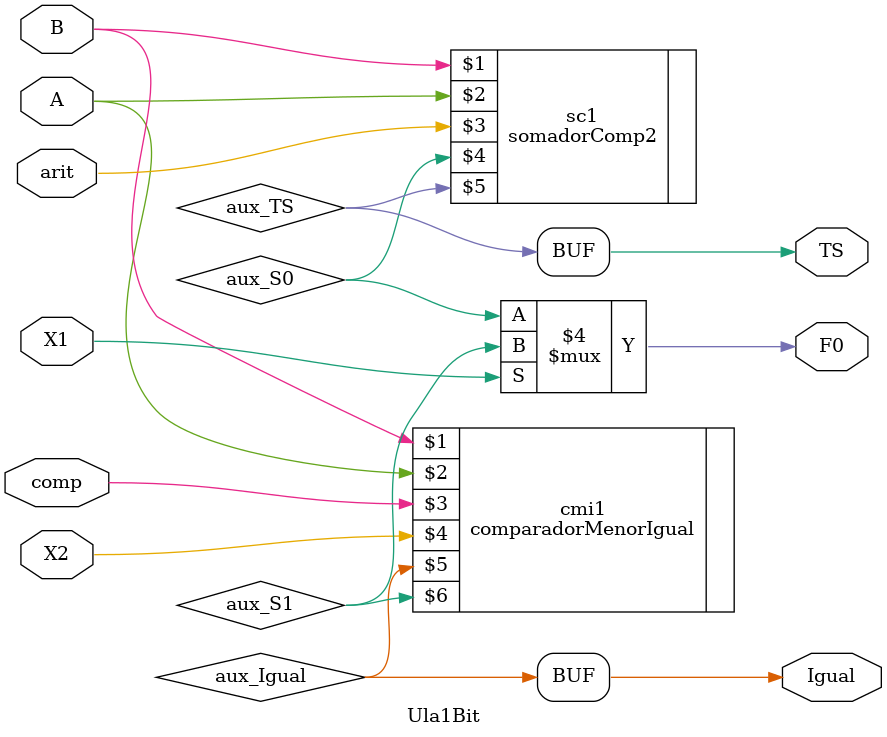
<source format=v>
module Ula1Bit(B, A, arit, comp, X1, X2, TS, Igual, F0); //X0 - arit, comp

	input B, A, arit, comp, X1, X2; 
	output TS, Igual, F0;
	
	reg F0;
	
	wire aux_TS, aux_Igual, aux_S0, aux_S1;
	
	//(B, A, TE, S, TS);
	somadorComp2 sc1(B, A, arit, aux_S0, aux_TS);
	
	//(B, A, Habilita, X2, Igual, Saida, clock)
	comparadorMenorIgual cmi1(B, A, comp, X2, aux_Igual, aux_S1);
	
	assign TS = aux_TS;
	assign Igual = aux_Igual;	
	
	always @(*)
		begin
			if(X1 == 1'b1)
				begin
					F0 = aux_S1; //menor ou igual
				end
			else
				begin
					F0 = aux_S0; //soma ou subtracao
				end
		end
endmodule 
</source>
